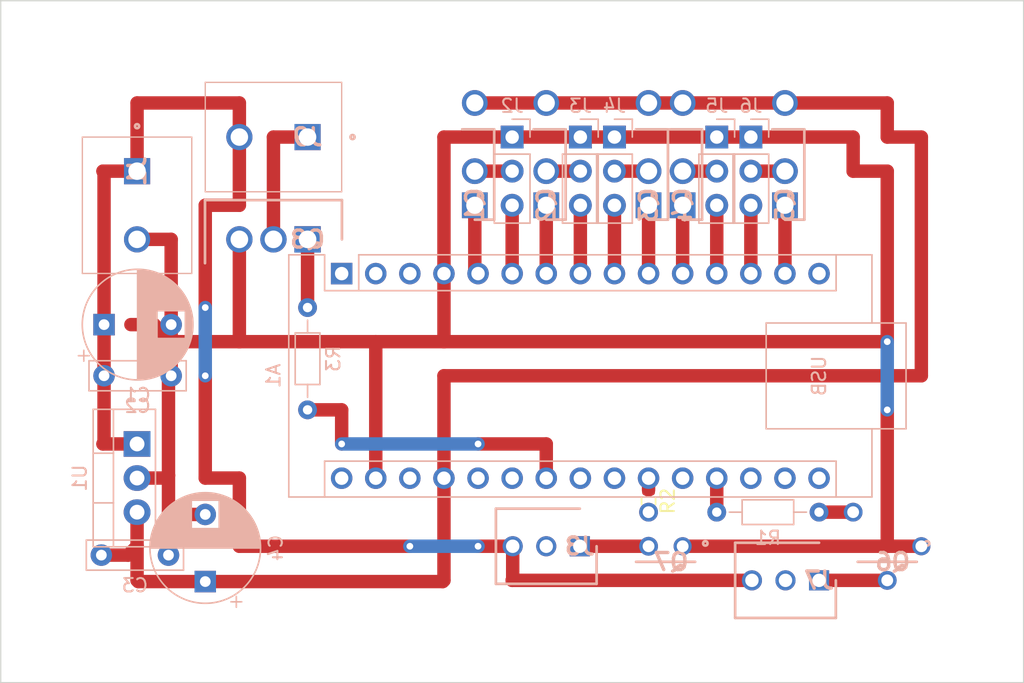
<source format=kicad_pcb>
(kicad_pcb (version 20211014) (generator pcbnew)
  (layers (0 "F.Cu" signal) (31 "B.Cu" signal) (34 "B.Paste" user) (35 "F.Paste" user) (36 "B.SilkS" user "B.Silkscreen") (37 "F.SilkS" user "F.Silkscreen") (38 "B.Mask" user) (39 "F.Mask" user) (44 "Edge.Cuts" user))
  (net 0 "")
  (net 4 "GND")
  (net 5 "Net-(A1-Pad5)")
  (net 6 "Net-(A1-Pad6)")
  (net 7 "Net-(A1-Pad7)")
  (net 8 "Net-(A1-Pad8)")
  (net 9 "Net-(A1-Pad9)")
  (net 10 "Net-(A1-Pad10)")
  (net 11 "Net-(A1-Pad11)")
  (net 12 "Net-(A1-Pad12)")
  (net 13 "Net-(A1-Pad13)")
  (net 14 "Net-(A1-Pad14)")
  (net 19 "Net-(A1-Pad19)")
  (net 21 "Net-(A1-Pad21)")
  (net 24 "Net-(A1-Pad24)")
  (net 27 "+5V")
  (net 30 "+12V")
  (net 31 "Net-(J2-Pad2)")
  (net 32 "Net-(J3-Pad2)")
  (net 33 "Net-(J4-Pad2)")
  (net 34 "Net-(J5-Pad2)")
  (net 35 "Net-(J6-Pad2)")
  (net 36 "Net-(J7-Pad1)")
  (net 38 "Net-(J8-Pad1)")
  (net 40 "Net-(J9-Pad1)")
  (net 41 "Net-(Q6-Pad3)")
  (net 42 "Net-(R2-Pad2)")
  (net 43 "Net-(R3-Pad2)")
  (footprint "Resistor_SMD:R_0603_1608Metric" (layer "F.Cu") (at 149.86 113.475 -90)
    (fp_text reference "R2" (at 0 -1.43 90) (layer "F.SilkS"))
    (fp_text value "470")
    (pad "1" smd roundrect (at -0.825 0 270) (size 0.8 0.95) (layers "F.Cu" "F.Paste" "F.Mask") (net 21 "Net-(A1-Pad21)"))
    (pad "2" smd roundrect (at 0.825 0 270) (size 0.8 0.95) (layers "F.Cu" "F.Paste" "F.Mask") (net 42 "Net-(R2-Pad2)"))
  )
  (footprint "Capacitor_THT:CP_Radial_D8.0mm_P5.00mm" (layer "B.Cu") (at 109.3 100.33)
    (fp_text reference "C1" (at 2.5 5.25 180) (layer "B.SilkS") (effects (justify mirror)))
    (fp_text value "47u")
    (pad "1" thru_hole rect (at 0 0) (size 1.6 1.6) (drill 0.8) (layers *.Cu *.Mask) (net 30 "+12V"))
    (pad "2" thru_hole circle (at 5 0) (size 1.6 1.6) (drill 0.8) (layers *.Cu *.Mask) (net 4 "GND"))
  )
  (footprint "Capacitor_THT:CP_Radial_D8.0mm_P5.00mm" (layer "B.Cu") (at 116.84 119.47 90)
    (fp_text reference "C4" (at 2.5 5.25 270) (layer "B.SilkS") (effects (justify mirror)))
    (fp_text value "47u")
    (pad "1" thru_hole rect (at 0 0 90) (size 1.6 1.6) (drill 0.8) (layers *.Cu *.Mask) (net 27 "+5V"))
    (pad "2" thru_hole circle (at 5 0 90) (size 1.6 1.6) (drill 0.8) (layers *.Cu *.Mask) (net 4 "GND"))
  )
  (footprint "Connector_PinHeader_2.54mm:PinHeader_1x03_P2.54mm_Vertical" (layer "B.Cu") (at 154.94 86.36 180)
    (fp_text reference "J5" (at 0 2.33) (layer "B.SilkS") (effects (justify mirror)))
    (fp_text value "Conn_01x03")
    (pad "1" thru_hole rect (at 0 0 180) (size 1.7 1.7) (drill 1) (layers *.Cu *.Mask) (net 4 "GND"))
    (pad "2" thru_hole oval (at 0 -2.54 180) (size 1.7 1.7) (drill 1) (layers *.Cu *.Mask) (net 34 "Net-(J5-Pad2)"))
    (pad "3" thru_hole oval (at 0 -5.08 180) (size 1.7 1.7) (drill 1) (layers *.Cu *.Mask) (net 12 "Net-(A1-Pad12)"))
  )
  (footprint "Resistor_THT:R_Axial_DIN0204_L3.6mm_D1.6mm_P7.62mm_Horizontal" (layer "B.Cu") (at 124.46 106.68 90)
    (fp_text reference "R3" (at 3.81 1.92 90) (layer "B.SilkS") (effects (justify mirror)))
    (fp_text value "100")
    (pad "1" thru_hole circle (at 0 0 90) (size 1.4 1.4) (drill 0.7) (layers *.Cu *.Mask) (net 24 "Net-(A1-Pad24)"))
    (pad "2" thru_hole oval (at 7.62 0 90) (size 1.4 1.4) (drill 0.7) (layers *.Cu *.Mask) (net 43 "Net-(R3-Pad2)"))
  )
  (footprint "SamacSys:TO229P239X654X978-3P_tmp" (layer "B.Cu") (at 149.86 91.44 90)
    (fp_text reference "Q3" (at 0 0 90) (layer "B.SilkS") (effects (font (size 1.27 1.27) (thickness 0.254)) (justify mirror)))
    (fp_text value "IRFU5505PBF" hide)
    (pad "1" thru_hole rect (at 0 0 90) (size 1.92 1.92) (drill 1.28) (layers *.Cu *.Mask) (net 10 "Net-(A1-Pad10)"))
    (pad "2" thru_hole circle (at 2.54 0 90) (size 1.92 1.92) (drill 1.28) (layers *.Cu *.Mask) (net 33 "Net-(J4-Pad2)"))
    (pad "3" thru_hole circle (at 7.62 0 90) (size 1.92 1.92) (drill 1.28) (layers *.Cu *.Mask) (net 27 "+5V"))
  )
  (footprint "Package_TO_SOT_THT:TO-220-3_Vertical" (layer "B.Cu") (at 111.76 109.22 -90)
    (fp_text reference "U1" (at 2.54 4.27 90) (layer "B.SilkS") (effects (justify mirror)))
    (fp_text value "LM7805_TO220")
    (pad "1" thru_hole rect (at 0 0 270) (size 1.905 2) (drill 1.1) (layers *.Cu *.Mask) (net 30 "+12V"))
    (pad "2" thru_hole oval (at 2.54 0 270) (size 1.905 2) (drill 1.1) (layers *.Cu *.Mask) (net 4 "GND"))
    (pad "3" thru_hole oval (at 5.08 0 270) (size 1.905 2) (drill 1.1) (layers *.Cu *.Mask) (net 27 "+5V"))
  )
  (footprint "SamacSys:HDRV3W80P0X250_1X3_750X560X920P" (layer "B.Cu") (at 162.56 119.38 180)
    (fp_text reference "J7" (at 0 0) (layer "B.SilkS") (effects (font (size 1.27 1.27) (thickness 0.254)) (justify mirror)))
    (fp_text value "B3P-SHF-1AA_LF__SN_" hide)
    (pad "1" thru_hole rect locked (at 0 0 180) (size 1.5 1.5) (drill 1) (layers *.Cu *.Mask) (net 36 "Net-(J7-Pad1)"))
    (pad "2" thru_hole circle locked (at 2.5 0 180) (size 1.5 1.5) (drill 1) (layers *.Cu *.Mask))
    (pad "3" thru_hole circle locked (at 5 0 180) (size 1.5 1.5) (drill 1) (layers *.Cu *.Mask) (net 30 "+12V"))
  )
  (footprint "SamacSys:TO229P239X654X978-3P_tmp" (layer "B.Cu") (at 136.9175 91.44 90)
    (fp_text reference "Q1" (at 0 0 90) (layer "B.SilkS") (effects (font (size 1.27 1.27) (thickness 0.254)) (justify mirror)))
    (fp_text value "IRFU5505PBF" hide)
    (pad "1" thru_hole rect (at 0 0 90) (size 1.92 1.92) (drill 1.28) (layers *.Cu *.Mask) (net 5 "Net-(A1-Pad5)"))
    (pad "2" thru_hole circle (at 2.54 0 90) (size 1.92 1.92) (drill 1.28) (layers *.Cu *.Mask) (net 31 "Net-(J2-Pad2)"))
    (pad "3" thru_hole circle (at 7.62 0 90) (size 1.92 1.92) (drill 1.28) (layers *.Cu *.Mask) (net 27 "+5V"))
  )
  (footprint "SamacSys:1729128" (layer "B.Cu") (at 111.76 88.9 -90)
    (fp_text reference "J1" (at 0 0 90) (layer "B.SilkS") (effects (font (size 1.27 1.27) (thickness 0.254)) (justify mirror)))
    (fp_text value "1729128" hide)
    (pad "1" thru_hole rect locked (at 0 0 270) (size 1.95 1.95) (drill 1.3) (layers *.Cu *.Mask) (net 30 "+12V"))
    (pad "2" thru_hole circle locked (at 5.08 0 270) (size 1.95 1.95) (drill 1.3) (layers *.Cu *.Mask) (net 4 "GND"))
  )
  (footprint "Connector_PinHeader_2.54mm:PinHeader_1x03_P2.54mm_Vertical" (layer "B.Cu") (at 139.7 86.36 180)
    (fp_text reference "J2" (at 0 2.33) (layer "B.SilkS") (effects (justify mirror)))
    (fp_text value "Conn_01x03")
    (pad "1" thru_hole rect (at 0 0 180) (size 1.7 1.7) (drill 1) (layers *.Cu *.Mask) (net 4 "GND"))
    (pad "2" thru_hole oval (at 0 -2.54 180) (size 1.7 1.7) (drill 1) (layers *.Cu *.Mask) (net 31 "Net-(J2-Pad2)"))
    (pad "3" thru_hole oval (at 0 -5.08 180) (size 1.7 1.7) (drill 1) (layers *.Cu *.Mask) (net 6 "Net-(A1-Pad6)"))
  )
  (footprint "Capacitor_THT:C_Rect_L7.0mm_W2.0mm_P5.00mm" (layer "B.Cu") (at 109.3 104.14)
    (fp_text reference "C2" (at 2.5 2.25) (layer "B.SilkS") (effects (justify mirror)))
    (fp_text value "0.1u")
    (pad "1" thru_hole circle (at 0 0) (size 1.6 1.6) (drill 0.8) (layers *.Cu *.Mask) (net 30 "+12V"))
    (pad "2" thru_hole circle (at 5 0) (size 1.6 1.6) (drill 0.8) (layers *.Cu *.Mask) (net 4 "GND"))
  )
  (footprint "SamacSys:TO229P239X654X978-3P_tmp" (layer "B.Cu") (at 142.24 91.44 90)
    (fp_text reference "Q2" (at 0 0 90) (layer "B.SilkS") (effects (font (size 1.27 1.27) (thickness 0.254)) (justify mirror)))
    (fp_text value "IRFU5505PBF" hide)
    (pad "1" thru_hole rect (at 0 0 90) (size 1.92 1.92) (drill 1.28) (layers *.Cu *.Mask) (net 7 "Net-(A1-Pad7)"))
    (pad "2" thru_hole circle (at 2.54 0 90) (size 1.92 1.92) (drill 1.28) (layers *.Cu *.Mask) (net 32 "Net-(J3-Pad2)"))
    (pad "3" thru_hole circle (at 7.62 0 90) (size 1.92 1.92) (drill 1.28) (layers *.Cu *.Mask) (net 27 "+5V"))
  )
  (footprint "Module:Arduino_Nano" (layer "B.Cu") (at 127 96.53 -90)
    (fp_text reference "A1" (at 7.62 5.08 90) (layer "B.SilkS") (effects (justify mirror)))
    (fp_text value "Arduino_Nano_v2.x")
    (fp_text user "USB" (at 7.62 -35.56 90 unlocked) (layer "B.SilkS") (effects (justify mirror)))
    (pad "1" thru_hole rect (at 0 0 270) (size 1.6 1.6) (drill 1) (layers *.Cu *.Mask))
    (pad "2" thru_hole oval (at 0 -2.54 270) (size 1.6 1.6) (drill 1) (layers *.Cu *.Mask))
    (pad "3" thru_hole oval (at 0 -5.08 270) (size 1.6 1.6) (drill 1) (layers *.Cu *.Mask))
    (pad "4" thru_hole oval (at 0 -7.62 270) (size 1.6 1.6) (drill 1) (layers *.Cu *.Mask) (net 4 "GND"))
    (pad "5" thru_hole oval (at 0 -10.16 270) (size 1.6 1.6) (drill 1) (layers *.Cu *.Mask) (net 5 "Net-(A1-Pad5)"))
    (pad "6" thru_hole oval (at 0 -12.7 270) (size 1.6 1.6) (drill 1) (layers *.Cu *.Mask) (net 6 "Net-(A1-Pad6)"))
    (pad "7" thru_hole oval (at 0 -15.24 270) (size 1.6 1.6) (drill 1) (layers *.Cu *.Mask) (net 7 "Net-(A1-Pad7)"))
    (pad "8" thru_hole oval (at 0 -17.78 270) (size 1.6 1.6) (drill 1) (layers *.Cu *.Mask) (net 8 "Net-(A1-Pad8)"))
    (pad "9" thru_hole oval (at 0 -20.32 270) (size 1.6 1.6) (drill 1) (layers *.Cu *.Mask) (net 9 "Net-(A1-Pad9)"))
    (pad "10" thru_hole oval (at 0 -22.86 270) (size 1.6 1.6) (drill 1) (layers *.Cu *.Mask) (net 10 "Net-(A1-Pad10)"))
    (pad "11" thru_hole oval (at 0 -25.4 270) (size 1.6 1.6) (drill 1) (layers *.Cu *.Mask) (net 11 "Net-(A1-Pad11)"))
    (pad "12" thru_hole oval (at 0 -27.94 270) (size 1.6 1.6) (drill 1) (layers *.Cu *.Mask) (net 12 "Net-(A1-Pad12)"))
    (pad "13" thru_hole oval (at 0 -30.48 270) (size 1.6 1.6) (drill 1) (layers *.Cu *.Mask) (net 13 "Net-(A1-Pad13)"))
    (pad "14" thru_hole oval (at 0 -33.02 270) (size 1.6 1.6) (drill 1) (layers *.Cu *.Mask) (net 14 "Net-(A1-Pad14)"))
    (pad "15" thru_hole oval (at 0 -35.56 270) (size 1.6 1.6) (drill 1) (layers *.Cu *.Mask))
    (pad "16" thru_hole oval (at 15.24 -35.56 270) (size 1.6 1.6) (drill 1) (layers *.Cu *.Mask))
    (pad "17" thru_hole oval (at 15.24 -33.02 270) (size 1.6 1.6) (drill 1) (layers *.Cu *.Mask))
    (pad "18" thru_hole oval (at 15.24 -30.48 270) (size 1.6 1.6) (drill 1) (layers *.Cu *.Mask))
    (pad "19" thru_hole oval (at 15.24 -27.94 270) (size 1.6 1.6) (drill 1) (layers *.Cu *.Mask) (net 19 "Net-(A1-Pad19)"))
    (pad "20" thru_hole oval (at 15.24 -25.4 270) (size 1.6 1.6) (drill 1) (layers *.Cu *.Mask))
    (pad "21" thru_hole oval (at 15.24 -22.86 270) (size 1.6 1.6) (drill 1) (layers *.Cu *.Mask) (net 21 "Net-(A1-Pad21)"))
    (pad "22" thru_hole oval (at 15.24 -20.32 270) (size 1.6 1.6) (drill 1) (layers *.Cu *.Mask))
    (pad "23" thru_hole oval (at 15.24 -17.78 270) (size 1.6 1.6) (drill 1) (layers *.Cu *.Mask))
    (pad "24" thru_hole oval (at 15.24 -15.24 270) (size 1.6 1.6) (drill 1) (layers *.Cu *.Mask) (net 24 "Net-(A1-Pad24)"))
    (pad "25" thru_hole oval (at 15.24 -12.7 270) (size 1.6 1.6) (drill 1) (layers *.Cu *.Mask))
    (pad "26" thru_hole oval (at 15.24 -10.16 270) (size 1.6 1.6) (drill 1) (layers *.Cu *.Mask))
    (pad "27" thru_hole oval (at 15.24 -7.62 270) (size 1.6 1.6) (drill 1) (layers *.Cu *.Mask) (net 27 "+5V"))
    (pad "28" thru_hole oval (at 15.24 -5.08 270) (size 1.6 1.6) (drill 1) (layers *.Cu *.Mask))
    (pad "29" thru_hole oval (at 15.24 -2.54 270) (size 1.6 1.6) (drill 1) (layers *.Cu *.Mask) (net 4 "GND"))
    (pad "30" thru_hole oval (at 15.24 0 270) (size 1.6 1.6) (drill 1) (layers *.Cu *.Mask))
  )
  (footprint "SamacSys:TO229P239X654X978-3P_tmp" (layer "B.Cu") (at 160.02 91.44 90)
    (fp_text reference "Q5" (at 0 0 90) (layer "B.SilkS") (effects (font (size 1.27 1.27) (thickness 0.254)) (justify mirror)))
    (fp_text value "IRFU5505PBF" hide)
    (pad "1" thru_hole rect (at 0 0 90) (size 1.92 1.92) (drill 1.28) (layers *.Cu *.Mask) (net 14 "Net-(A1-Pad14)"))
    (pad "2" thru_hole circle (at 2.54 0 90) (size 1.92 1.92) (drill 1.28) (layers *.Cu *.Mask) (net 35 "Net-(J6-Pad2)"))
    (pad "3" thru_hole circle (at 7.62 0 90) (size 1.92 1.92) (drill 1.28) (layers *.Cu *.Mask) (net 27 "+5V"))
  )
  (footprint "Connector_PinHeader_2.54mm:PinHeader_1x03_P2.54mm_Vertical" (layer "B.Cu") (at 144.78 86.36 180)
    (fp_text reference "J3" (at 0 2.33) (layer "B.SilkS") (effects (justify mirror)))
    (fp_text value "Conn_01x03")
    (pad "1" thru_hole rect (at 0 0 180) (size 1.7 1.7) (drill 1) (layers *.Cu *.Mask) (net 4 "GND"))
    (pad "2" thru_hole oval (at 0 -2.54 180) (size 1.7 1.7) (drill 1) (layers *.Cu *.Mask) (net 32 "Net-(J3-Pad2)"))
    (pad "3" thru_hole oval (at 0 -5.08 180) (size 1.7 1.7) (drill 1) (layers *.Cu *.Mask) (net 8 "Net-(A1-Pad8)"))
  )
  (footprint "SamacSys:TO229P239X654X978-3P_tmp" (layer "B.Cu") (at 152.4 91.44 90)
    (fp_text reference "Q4" (at 0 0 90) (layer "B.SilkS") (effects (font (size 1.27 1.27) (thickness 0.254)) (justify mirror)))
    (fp_text value "IRFU5505PBF" hide)
    (pad "1" thru_hole rect (at 0 0 90) (size 1.92 1.92) (drill 1.28) (layers *.Cu *.Mask) (net 11 "Net-(A1-Pad11)"))
    (pad "2" thru_hole circle (at 2.54 0 90) (size 1.92 1.92) (drill 1.28) (layers *.Cu *.Mask) (net 34 "Net-(J5-Pad2)"))
    (pad "3" thru_hole circle (at 7.62 0 90) (size 1.92 1.92) (drill 1.28) (layers *.Cu *.Mask) (net 27 "+5V"))
  )
  (footprint "SamacSys:CS_TO-92_tmp1" (layer "B.Cu") (at 151.13 114.3 180)
    (fp_text reference "Q7" (at -0.40469 -3.7) (layer "B.SilkS") (effects (font (size 1.27 1.27) (thickness 0.254)) (justify mirror)))
    (fp_text value "2SC1815" hide)
    (pad "1" thru_hole circle (at -1.27 -2.54 180) (size 1.35 1.35) (drill 0.88) (layers *.Cu *.Mask) (net 4 "GND"))
    (pad "2" thru_hole circle (at 1.27 -2.54 180) (size 1.4 1.4) (drill 0.88) (layers *.Cu *.Mask) (net 38 "Net-(J8-Pad1)"))
    (pad "3" thru_hole circle (at 1.27 0 180) (size 1.4 1.4) (drill 0.88) (layers *.Cu *.Mask) (net 42 "Net-(R2-Pad2)"))
  )
  (footprint "SamacSys:1729128" (layer "B.Cu") (at 124.46 86.36 180)
    (fp_text reference "J9" (at 0 0) (layer "B.SilkS") (effects (font (size 1.27 1.27) (thickness 0.254)) (justify mirror)))
    (fp_text value "1729128" hide)
    (pad "1" thru_hole rect locked (at 0 0 180) (size 1.95 1.95) (drill 1.3) (layers *.Cu *.Mask) (net 40 "Net-(J9-Pad1)"))
    (pad "2" thru_hole circle locked (at 5.08 0 180) (size 1.95 1.95) (drill 1.3) (layers *.Cu *.Mask) (net 30 "+12V"))
  )
  (footprint "SamacSys:CS_TO-92_tmp2" (layer "B.Cu") (at 167.64 114.3 180)
    (fp_text reference "Q6" (at -0.40469 -3.7) (layer "B.SilkS") (effects (font (size 1.27 1.27) (thickness 0.254)) (justify mirror)))
    (fp_text value "2SC1815" hide)
    (pad "1" thru_hole circle (at -2.54 -2.54 180) (size 1.35 1.35) (drill 0.88) (layers *.Cu *.Mask) (net 4 "GND"))
    (pad "2" thru_hole circle (at 0 -5.08 180) (size 1.4 1.4) (drill 0.88) (layers *.Cu *.Mask) (net 36 "Net-(J7-Pad1)"))
    (pad "3" thru_hole circle (at 2.54 0 180) (size 1.4 1.4) (drill 0.88) (layers *.Cu *.Mask) (net 41 "Net-(Q6-Pad3)"))
  )
  (footprint "Resistor_THT:R_Axial_DIN0204_L3.6mm_D1.6mm_P7.62mm_Horizontal" (layer "B.Cu") (at 154.94 114.3)
    (fp_text reference "R1" (at 3.81 1.92) (layer "B.SilkS") (effects (justify mirror)))
    (fp_text value "470")
    (pad "1" thru_hole circle (at 0 0) (size 1.4 1.4) (drill 0.7) (layers *.Cu *.Mask) (net 19 "Net-(A1-Pad19)"))
    (pad "2" thru_hole oval (at 7.62 0) (size 1.4 1.4) (drill 0.7) (layers *.Cu *.Mask) (net 41 "Net-(Q6-Pad3)"))
  )
  (footprint "SamacSys:TO254P470X990X1965-3P" (layer "B.Cu") (at 124.46 93.98 180)
    (fp_text reference "Q8" (at 0 0) (layer "B.SilkS") (effects (font (size 1.27 1.27) (thickness 0.254)) (justify mirror)))
    (fp_text value "EKI04027" hide)
    (pad "1" thru_hole rect locked (at 0 0 180) (size 1.965 1.965) (drill 1.31) (layers *.Cu *.Mask) (net 43 "Net-(R3-Pad2)"))
    (pad "2" thru_hole circle locked (at 2.54 0 180) (size 1.965 1.965) (drill 1.31) (layers *.Cu *.Mask) (net 40 "Net-(J9-Pad1)"))
    (pad "3" thru_hole circle locked (at 5.08 0 180) (size 1.965 1.965) (drill 1.31) (layers *.Cu *.Mask) (net 4 "GND"))
  )
  (footprint "Capacitor_THT:C_Rect_L7.0mm_W2.0mm_P5.00mm" (layer "B.Cu") (at 109.1 117.5)
    (fp_text reference "C3" (at 2.5 2.25) (layer "B.SilkS") (effects (justify mirror)))
    (fp_text value "0.1u")
    (pad "1" thru_hole circle (at 0 0) (size 1.6 1.6) (drill 0.8) (layers *.Cu *.Mask) (net 27 "+5V"))
    (pad "2" thru_hole circle (at 5 0) (size 1.6 1.6) (drill 0.8) (layers *.Cu *.Mask) (net 4 "GND"))
  )
  (footprint "Connector_PinHeader_2.54mm:PinHeader_1x03_P2.54mm_Vertical" (layer "B.Cu") (at 157.48 86.36 180)
    (fp_text reference "J6" (at 0 2.33) (layer "B.SilkS") (effects (justify mirror)))
    (fp_text value "Conn_01x03")
    (pad "1" thru_hole rect (at 0 0 180) (size 1.7 1.7) (drill 1) (layers *.Cu *.Mask) (net 4 "GND"))
    (pad "2" thru_hole oval (at 0 -2.54 180) (size 1.7 1.7) (drill 1) (layers *.Cu *.Mask) (net 35 "Net-(J6-Pad2)"))
    (pad "3" thru_hole oval (at 0 -5.08 180) (size 1.7 1.7) (drill 1) (layers *.Cu *.Mask) (net 13 "Net-(A1-Pad13)"))
  )
  (footprint "SamacSys:HDRV3W80P0X250_1X3_750X560X920P" (layer "B.Cu") (at 144.74 116.84 180)
    (fp_text reference "J8" (at 0 0) (layer "B.SilkS") (effects (font (size 1.27 1.27) (thickness 0.254)) (justify mirror)))
    (fp_text value "B3P-SHF-1AA_LF__SN_" hide)
    (pad "1" thru_hole rect locked (at 0 0 180) (size 1.5 1.5) (drill 1) (layers *.Cu *.Mask) (net 38 "Net-(J8-Pad1)"))
    (pad "2" thru_hole circle locked (at 2.5 0 180) (size 1.5 1.5) (drill 1) (layers *.Cu *.Mask))
    (pad "3" thru_hole circle locked (at 5 0 180) (size 1.5 1.5) (drill 1) (layers *.Cu *.Mask) (net 30 "+12V"))
  )
  (footprint "Connector_PinHeader_2.54mm:PinHeader_1x03_P2.54mm_Vertical" (layer "B.Cu") (at 147.32 86.36 180)
    (fp_text reference "J4" (at 0 2.33) (layer "B.SilkS") (effects (justify mirror)))
    (fp_text value "Conn_01x03")
    (pad "1" thru_hole rect (at 0 0 180) (size 1.7 1.7) (drill 1) (layers *.Cu *.Mask) (net 4 "GND"))
    (pad "2" thru_hole oval (at 0 -2.54 180) (size 1.7 1.7) (drill 1) (layers *.Cu *.Mask) (net 33 "Net-(J4-Pad2)"))
    (pad "3" thru_hole oval (at 0 -5.08 180) (size 1.7 1.7) (drill 1) (layers *.Cu *.Mask) (net 9 "Net-(A1-Pad9)"))
  )
  (gr_line (start 177.8 76.2) (end 177.8 127) (layer "Edge.Cuts") (width 0.1))
  (gr_line (start 101.6 127) (end 101.6 76.2) (layer "Edge.Cuts") (width 0.1))
  (gr_line (start 101.6 76.2) (end 177.8 76.2) (layer "Edge.Cuts") (width 0.1))
  (gr_line (start 177.8 127) (end 101.6 127) (layer "Edge.Cuts") (width 0.1))
  (segment (start 111.76 111.76) (end 113.9 111.76) (width 1) (layer "F.Cu") (net 4))
  (segment (start 165.1 86.36) (end 165.1 88.9) (width 1) (layer "F.Cu") (net 4))
  (segment (start 167.64 116.84) (end 152.4 116.84) (width 1) (layer "F.Cu") (net 4))
  (segment (start 119.38 93.98) (end 119.38 101.6) (width 1) (layer "F.Cu") (net 4))
  (segment (start 114.3 93.98) (end 111.76 93.98) (width 1) (layer "F.Cu") (net 4))
  (segment (start 167.64 101.6) (end 134.62 101.6) (width 1) (layer "F.Cu") (net 4))
  (segment (start 134.62 101.6) (end 134.62 96.53) (width 1) (layer "F.Cu") (net 4))
  (segment (start 170.18 116.84) (end 167.64 116.84) (width 1) (layer "F.Cu") (net 4))
  (segment (start 157.48 86.36) (end 165.1 86.36) (width 1) (layer "F.Cu") (net 4))
  (segment (start 139.7 86.36) (end 144.78 86.36) (width 1) (layer "F.Cu") (net 4))
  (segment (start 113.03 100.33) (end 114.3 101.6) (width 1) (layer "F.Cu") (net 4))
  (segment (start 114.1 104.34) (end 114.3 104.14) (width 1) (layer "F.Cu") (net 4))
  (segment (start 134.62 86.36) (end 139.7 86.36) (width 1) (layer "F.Cu") (net 4))
  (segment (start 167.64 88.9) (end 167.64 101.6) (width 1) (layer "F.Cu") (net 4))
  (segment (start 114.1 111.56) (end 114.1 104.34) (width 1) (layer "F.Cu") (net 4))
  (segment (start 114.3 101.6) (end 114.3 93.98) (width 1) (layer "F.Cu") (net 4))
  (segment (start 157.48 86.36) (end 154.94 86.36) (width 1) (layer "F.Cu") (net 4))
  (segment (start 114.1 117.5) (end 114.1 111.56) (width 1) (layer "F.Cu") (net 4))
  (segment (start 116.84 114.47) (end 114.47 114.47) (width 1) (layer "F.Cu") (net 4))
  (segment (start 119.38 101.6) (end 114.3 101.6) (width 1) (layer "F.Cu") (net 4))
  (segment (start 111.3 100.33) (end 113.03 100.33) (width 1) (layer "F.Cu") (net 4))
  (segment (start 129.54 101.6) (end 134.62 101.6) (width 1) (layer "F.Cu") (net 4))
  (segment (start 167.64 106.68) (end 167.64 116.84) (width 1) (layer "F.Cu") (net 4))
  (segment (start 129.54 111.77) (end 129.54 101.6) (width 1) (layer "F.Cu") (net 4))
  (segment (start 113.9 111.76) (end 114.1 111.56) (width 1) (layer "F.Cu") (net 4))
  (segment (start 134.62 96.53) (end 134.62 86.36) (width 1) (layer "F.Cu") (net 4))
  (segment (start 114.3 101.6) (end 114.3 104.14) (width 1) (layer "F.Cu") (net 4))
  (segment (start 114.3 114.3) (end 114.47 114.47) (width 1) (layer "F.Cu") (net 4))
  (segment (start 147.32 86.36) (end 144.78 86.36) (width 1) (layer "F.Cu") (net 4))
  (segment (start 119.38 101.6) (end 129.54 101.6) (width 1) (layer "F.Cu") (net 4))
  (segment (start 165.1 88.9) (end 167.64 88.9) (width 1) (layer "F.Cu") (net 4))
  (segment (start 154.94 86.36) (end 147.32 86.36) (width 1) (layer "F.Cu") (net 4))
  (via (at 167.64 101.6) (size 0.8) (drill 0.5) (layers "F.Cu" "B.Cu") (net 4))
  (via (at 167.64 106.68) (size 0.8) (drill 0.5) (layers "F.Cu" "B.Cu") (net 4))
  (segment (start 167.64 101.6) (end 167.64 106.68) (width 1) (layer "B.Cu") (net 4))
  (segment (start 136.9175 91.44) (end 136.9175 96.2875) (width 1) (layer "F.Cu") (net 5))
  (segment (start 136.9175 96.2875) (end 137.16 96.53) (width 1) (layer "F.Cu") (net 5))
  (segment (start 139.7 91.44) (end 139.7 96.52) (width 1) (layer "F.Cu") (net 6))
  (segment (start 142.24 91.44) (end 142.24 96.53) (width 1) (layer "F.Cu") (net 7))
  (segment (start 144.78 91.44) (end 144.78 96.53) (width 1) (layer "F.Cu") (net 8))
  (segment (start 147.32 91.44) (end 147.32 96.52) (width 1) (layer "F.Cu") (net 9))
  (segment (start 149.86 91.44) (end 149.86 96.53) (width 1) (layer "F.Cu") (net 10))
  (segment (start 152.4 91.44) (end 152.4 96.53) (width 1) (layer "F.Cu") (net 11))
  (segment (start 154.94 91.44) (end 154.94 96.53) (width 1) (layer "F.Cu") (net 12))
  (segment (start 157.48 91.44) (end 157.48 96.53) (width 1) (layer "F.Cu") (net 13))
  (segment (start 160.02 91.44) (end 160.02 96.53) (width 1) (layer "F.Cu") (net 14))
  (segment (start 154.94 114.3) (end 154.94 111.77) (width 1) (layer "F.Cu") (net 19))
  (segment (start 149.86 112.65) (end 149.86 111.77) (width 1) (layer "F.Cu") (net 21))
  (segment (start 124.46 106.68) (end 127 106.68) (width 1) (layer "F.Cu") (net 24))
  (segment (start 142.24 111.77) (end 142.24 109.22) (width 1) (layer "F.Cu") (net 24))
  (segment (start 142.24 109.22) (end 137.16 109.22) (width 1) (layer "F.Cu") (net 24))
  (segment (start 127 106.68) (end 127 109.22) (width 1) (layer "F.Cu") (net 24))
  (via (at 137.16 109.22) (size 0.8) (drill 0.5) (layers "F.Cu" "B.Cu") (net 24))
  (via (at 127 109.22) (size 0.8) (drill 0.5) (layers "F.Cu" "B.Cu") (net 24))
  (segment (start 127 109.22) (end 137.16 109.22) (width 1) (layer "B.Cu") (net 24))
  (segment (start 149.86 83.82) (end 152.4 83.82) (width 1) (layer "F.Cu") (net 27))
  (segment (start 109.1 117.5) (end 111.1 117.5) (width 1) (layer "F.Cu") (net 27))
  (segment (start 170.18 86.36) (end 167.64 86.36) (width 1) (layer "F.Cu") (net 27))
  (segment (start 134.62 111.77) (end 134.62 104.14) (width 1) (layer "F.Cu") (net 27))
  (segment (start 111.76 119.38) (end 111.85 119.47) (width 1) (layer "F.Cu") (net 27))
  (segment (start 136.9175 83.82) (end 142.24 83.82) (width 1) (layer "F.Cu") (net 27))
  (segment (start 111.76 116.84) (end 111.76 119.38) (width 1) (layer "F.Cu") (net 27))
  (segment (start 167.64 83.82) (end 160.02 83.82) (width 1) (layer "F.Cu") (net 27))
  (segment (start 116.84 119.47) (end 134.53 119.47) (width 1) (layer "F.Cu") (net 27))
  (segment (start 134.62 104.14) (end 170.18 104.14) (width 1) (layer "F.Cu") (net 27))
  (segment (start 142.24 83.82) (end 149.86 83.82) (width 1) (layer "F.Cu") (net 27))
  (segment (start 134.53 119.47) (end 134.62 119.38) (width 1) (layer "F.Cu") (net 27))
  (segment (start 111.1 117.5) (end 111.76 116.84) (width 1) (layer "F.Cu") (net 27))
  (segment (start 111.76 114.3) (end 111.76 116.84) (width 1) (layer "F.Cu") (net 27))
  (segment (start 111.85 119.47) (end 116.84 119.47) (width 1) (layer "F.Cu") (net 27))
  (segment (start 134.62 119.38) (end 134.62 111.77) (width 1) (layer "F.Cu") (net 27))
  (segment (start 170.18 104.14) (end 170.18 86.36) (width 1) (layer "F.Cu") (net 27))
  (segment (start 167.64 86.36) (end 167.64 83.82) (width 1) (layer "F.Cu") (net 27))
  (segment (start 152.4 83.82) (end 160.02 83.82) (width 1) (layer "F.Cu") (net 27))
  (segment (start 119.38 116.84) (end 119.38 111.76) (width 1) (layer "F.Cu") (net 30))
  (segment (start 111.76 109.22) (end 109.22 109.22) (width 1) (layer "F.Cu") (net 30))
  (segment (start 109.3 100.33) (end 109.3 88.98) (width 1) (layer "F.Cu") (net 30))
  (segment (start 119.38 111.76) (end 116.84 111.76) (width 1) (layer "F.Cu") (net 30))
  (segment (start 119.38 83.82) (end 111.76 83.82) (width 1) (layer "F.Cu") (net 30))
  (segment (start 109.22 88.9) (end 111.76 88.9) (width 1) (layer "F.Cu") (net 30))
  (segment (start 119.38 91.44) (end 119.38 86.36) (width 1) (layer "F.Cu") (net 30))
  (segment (start 116.84 99.06) (end 116.84 91.44) (width 1) (layer "F.Cu") (net 30))
  (segment (start 109.3 88.98) (end 109.22 88.9) (width 1) (layer "F.Cu") (net 30))
  (segment (start 109.22 109.22) (end 109.3 109.14) (width 1) (layer "F.Cu") (net 30))
  (segment (start 132.08 116.84) (end 119.38 116.84) (width 1) (layer "F.Cu") (net 30))
  (segment (start 111.76 83.82) (end 111.76 88.9) (width 1) (layer "F.Cu") (net 30))
  (segment (start 139.7 119.38) (end 157.56 119.38) (width 1) (layer "F.Cu") (net 30))
  (segment (start 139.74 116.84) (end 137.16 116.84) (width 1) (layer "F.Cu") (net 30))
  (segment (start 139.74 119.34) (end 139.7 119.38) (width 1) (layer "F.Cu") (net 30))
  (segment (start 116.84 111.76) (end 116.84 104.14) (width 1) (layer "F.Cu") (net 30))
  (segment (start 109.3 100.33) (end 109.3 104.14) (width 1) (layer "F.Cu") (net 30))
  (segment (start 109.3 109.14) (end 109.3 104.14) (width 1) (layer "F.Cu") (net 30))
  (segment (start 139.74 116.84) (end 139.74 119.34) (width 1) (layer "F.Cu") (net 30))
  (segment (start 119.38 86.36) (end 119.38 83.82) (width 1) (layer "F.Cu") (net 30))
  (segment (start 116.84 91.44) (end 119.38 91.44) (width 1) (layer "F.Cu") (net 30))
  (via (at 116.84 104.14) (size 0.8) (drill 0.5) (layers "F.Cu" "B.Cu") (net 30))
  (via (at 137.16 116.84) (size 0.8) (drill 0.5) (layers "F.Cu" "B.Cu") (net 30))
  (via (at 116.84 99.06) (size 0.8) (drill 0.5) (layers "F.Cu" "B.Cu") (net 30))
  (via (at 132.08 116.84) (size 0.8) (drill 0.5) (layers "F.Cu" "B.Cu") (net 30))
  (segment (start 137.16 116.84) (end 132.08 116.84) (width 1) (layer "B.Cu") (net 30))
  (segment (start 116.84 104.14) (end 116.84 99.06) (width 1) (layer "B.Cu") (net 30))
  (segment (start 139.7 88.9) (end 136.9175 88.9) (width 1) (layer "F.Cu") (net 31))
  (segment (start 144.78 88.9) (end 142.24 88.9) (width 1) (layer "F.Cu") (net 32))
  (segment (start 149.86 88.9) (end 147.32 88.9) (width 1) (layer "F.Cu") (net 33))
  (segment (start 154.94 88.9) (end 152.4 88.9) (width 1) (layer "F.Cu") (net 34))
  (segment (start 160.02 88.9) (end 157.48 88.9) (width 1) (layer "F.Cu") (net 35))
  (segment (start 167.64 119.38) (end 162.56 119.38) (width 1) (layer "F.Cu") (net 36))
  (segment (start 144.74 116.84) (end 149.86 116.84) (width 1) (layer "F.Cu") (net 38))
  (segment (start 121.92 93.98) (end 121.92 86.36) (width 1) (layer "F.Cu") (net 40))
  (segment (start 121.92 86.36) (end 124.46 86.36) (width 1) (layer "F.Cu") (net 40))
  (segment (start 162.56 114.3) (end 165.1 114.3) (width 1) (layer "F.Cu") (net 41))
  (segment (start 124.46 93.98) (end 124.46 99.06) (width 1) (layer "F.Cu") (net 43))
)
</source>
